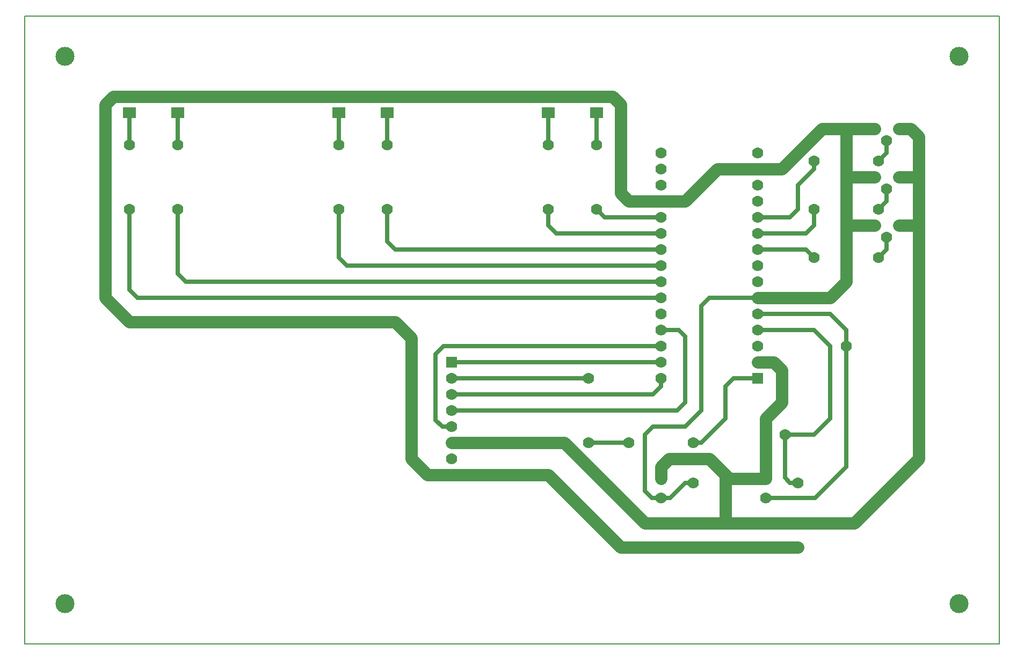
<source format=gbr>
G04 DesignSpark PCB Gerber Version 10.0 Build 5299*
%FSLAX35Y35*%
%MOIN*%
%ADD86R,0.07000X0.07000*%
%ADD11C,0.00500*%
%ADD15C,0.02500*%
%ADD84C,0.07000*%
%ADD16C,0.07500*%
%ADD87C,0.11811*%
%ADD85R,0.08000X0.07000*%
X0Y0D02*
D02*
D11*
X250Y250D02*
X605250D01*
Y390250D01*
X250D01*
Y250D01*
D02*
D15*
X65250Y270250D02*
Y220250D01*
X70250Y215250D01*
X395250D01*
X65250Y310250D02*
Y330250D01*
X95250Y310250D02*
Y330250D01*
X195250Y310250D02*
Y330250D01*
X225250Y310250D02*
Y330250D01*
X265250Y135250D02*
X259366D01*
X255250Y139366D01*
Y180250D01*
X260250Y185250D01*
X395250D01*
X265250Y145250D02*
X405250D01*
X410250Y150250D01*
Y191134D01*
X406134Y195250D01*
X395250D01*
X265250Y155250D02*
X390250D01*
X395250Y160250D01*
Y165250D01*
X325250Y270250D02*
Y260250D01*
X330250Y255250D01*
X395250D01*
X325250Y310250D02*
Y330250D01*
X350250Y125250D02*
X375250D01*
X350250Y165250D02*
X265250D01*
X355250Y270250D02*
X360250Y265250D01*
X395250D01*
X355250Y310250D02*
Y330250D01*
X395250Y90939D02*
X400939D01*
X410250Y100250D01*
X415250D01*
X395250Y175250D02*
X265250D01*
X395250Y225250D02*
X100250D01*
X95250Y230250D01*
Y270250D01*
X395250Y235250D02*
X200250D01*
X195250Y240250D01*
Y270250D01*
X395250Y245250D02*
X230250D01*
X225250Y250250D01*
Y270250D01*
X415250Y125250D02*
X420250D01*
X435250Y140250D01*
Y160250D01*
X440250Y165250D01*
X455250D01*
Y205250D02*
X500250D01*
X510250Y195250D01*
Y185250D01*
X455250Y215250D02*
X425250D01*
X420250Y210250D01*
Y145250D01*
X410250Y135250D01*
X390250D01*
X385250Y130250D01*
Y95250D01*
X389561Y90939D01*
X395250D01*
X455250Y245250D02*
X475250D01*
X455250Y255250D02*
X470250D01*
X455250Y265250D02*
X465250D01*
X460250Y90939D02*
X490939D01*
X510250Y110250D01*
Y185250D01*
X465250Y265250D02*
X475250D01*
X480250Y270250D01*
Y285250D01*
X490250Y295250D01*
Y300250D01*
X470250Y255250D02*
X485250D01*
X490250Y260250D01*
Y270250D01*
X472061Y130250D02*
X490250D01*
X500250Y140250D01*
Y185250D01*
X490250Y195250D01*
X455250D01*
X472061Y130250D02*
Y103439D01*
X475250Y100250D01*
X480250D01*
X475250Y245250D02*
X485250D01*
X490250Y240250D01*
X530250D02*
X535250Y245250D01*
Y252750D01*
X530250Y270250D02*
X535250Y275250D01*
Y282750D01*
X530250Y300250D02*
X535250Y305250D01*
Y312750D01*
D02*
D16*
X65250Y340250D02*
X55250D01*
X50250Y335250D01*
Y215250D01*
X65250Y200250D01*
X230250D01*
X240250Y190250D01*
Y115250D01*
X250250Y105250D01*
X265250D01*
X65250Y340250D02*
X95250D01*
X195250D01*
X225250D01*
X325250D01*
X265250Y125250D02*
X335250D01*
X385250Y75250D01*
X435250D01*
X325250Y340250D02*
X355250D01*
X365250D01*
X370250Y335250D01*
Y280250D01*
X375250Y275250D01*
X395250D01*
Y102750D02*
Y110250D01*
X400250Y115250D01*
X425250D01*
X435250Y105250D01*
X395250Y275250D02*
X410250D01*
X430250Y295250D01*
X455250D01*
X415250Y60250D02*
X370250D01*
X325250Y105250D01*
X265250D01*
X415250Y60250D02*
X480250D01*
X435250Y75250D02*
X440250D01*
X435250Y90250D02*
Y75250D01*
Y105250D02*
Y90250D01*
X440250Y75250D02*
X515250D01*
X555250Y115250D01*
Y260250D01*
X447750Y102750D02*
X437750D01*
X435250Y105250D01*
X455250Y175250D02*
X465250D01*
X470250Y170250D01*
Y150250D01*
X460250Y140250D01*
Y130250D01*
X455250Y215250D02*
X500250D01*
X510250Y225250D01*
X460250Y102750D02*
X447750D01*
X460250Y130250D02*
Y102750D01*
X510250Y225250D02*
Y260250D01*
X527750D01*
X510250Y290250D02*
Y320250D01*
Y290250D02*
Y260250D01*
Y320250D02*
X495250D01*
X470250Y295250D01*
X455250D01*
X510250Y320250D02*
X527750D01*
Y290250D02*
X510250D01*
X542750Y260250D02*
X555250D01*
X542750Y290250D02*
X555250D01*
X542750Y320250D02*
X550250D01*
X555250Y315250D01*
Y290250D01*
Y260250D01*
D02*
D84*
X65250Y270250D03*
Y310250D03*
X95250Y270250D03*
Y310250D03*
X195250Y270250D03*
Y310250D03*
X225250Y270250D03*
Y310250D03*
X265250Y105250D03*
Y115250D03*
Y125250D03*
Y135250D03*
Y145250D03*
Y155250D03*
Y165250D03*
X325250Y270250D03*
Y310250D03*
X350250Y125250D03*
Y165250D03*
X355250Y270250D03*
Y310250D03*
X375250Y125250D03*
X395250Y90939D03*
Y102750D03*
Y165250D03*
Y175250D03*
Y185250D03*
Y195250D03*
Y205250D03*
Y215250D03*
Y225250D03*
Y235250D03*
Y245250D03*
Y255250D03*
Y265250D03*
Y275250D03*
Y285250D03*
Y295250D03*
Y305250D03*
X415250Y60250D03*
Y100250D03*
Y125250D03*
X455250Y175250D03*
Y185250D03*
Y195250D03*
Y205250D03*
Y215250D03*
Y225250D03*
Y235250D03*
Y245250D03*
Y255250D03*
Y265250D03*
Y275250D03*
Y285250D03*
Y295250D03*
Y305250D03*
X460250Y90939D03*
Y102750D03*
Y130250D03*
X472061D03*
X480250Y60250D03*
Y100250D03*
X490250Y240250D03*
Y270250D03*
Y300250D03*
X510250Y185250D03*
Y225250D03*
X527750Y260250D03*
Y290250D03*
Y320250D03*
X530250Y240250D03*
Y270250D03*
Y300250D03*
X535250Y252750D03*
Y282750D03*
Y312750D03*
X542750Y260250D03*
Y290250D03*
Y320250D03*
D02*
D85*
X65250Y330250D03*
Y340250D03*
X95250Y330250D03*
Y340250D03*
X195250Y330250D03*
Y340250D03*
X225250Y330250D03*
Y340250D03*
X325250Y330250D03*
Y340250D03*
X355250Y330250D03*
Y340250D03*
D02*
D86*
X265250Y175250D03*
X455250Y165250D03*
D02*
D87*
X25250Y25250D03*
Y365250D03*
X580250Y25250D03*
Y365250D03*
X0Y0D02*
M02*

</source>
